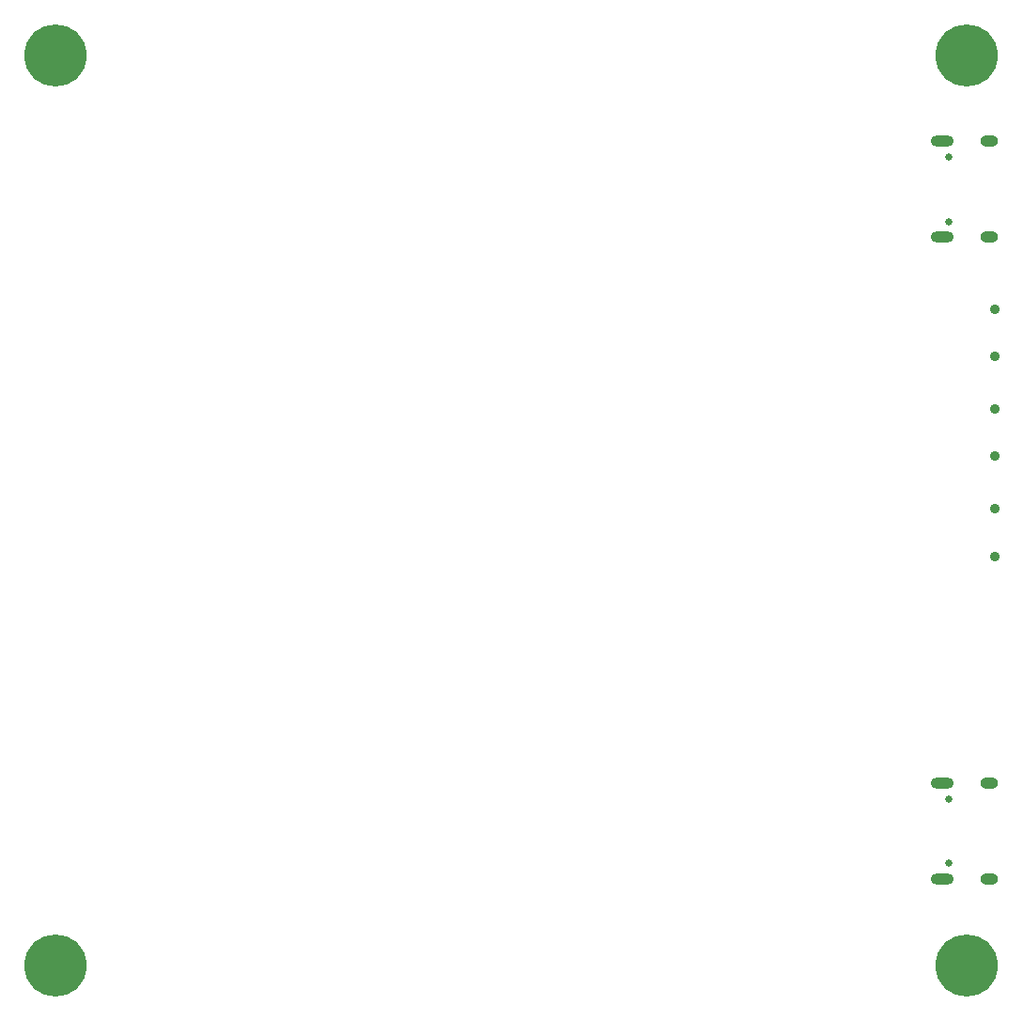
<source format=gbr>
%TF.GenerationSoftware,KiCad,Pcbnew,(5.1.8-0-10_14)*%
%TF.CreationDate,2021-08-11T22:05:50+02:00*%
%TF.ProjectId,Krasse-LED,4b726173-7365-42d4-9c45-442e6b696361,rev?*%
%TF.SameCoordinates,Original*%
%TF.FileFunction,Soldermask,Bot*%
%TF.FilePolarity,Negative*%
%FSLAX46Y46*%
G04 Gerber Fmt 4.6, Leading zero omitted, Abs format (unit mm)*
G04 Created by KiCad (PCBNEW (5.1.8-0-10_14)) date 2021-08-11 22:05:50*
%MOMM*%
%LPD*%
G01*
G04 APERTURE LIST*
%ADD10O,2.100000X1.000000*%
%ADD11C,0.650000*%
%ADD12O,1.600000X1.000000*%
%ADD13C,0.900000*%
%ADD14C,5.600000*%
G04 APERTURE END LIST*
D10*
%TO.C,J6*%
X178870000Y-66780000D03*
X178870000Y-75420000D03*
D11*
X179400000Y-73990000D03*
D12*
X183050000Y-75420000D03*
D11*
X179400000Y-68210000D03*
D12*
X183050000Y-66780000D03*
%TD*%
D13*
%TO.C,SW3*%
X183550000Y-81875000D03*
X183550000Y-86125000D03*
%TD*%
%TO.C,SW2*%
X183550000Y-90875000D03*
X183550000Y-95125000D03*
%TD*%
%TO.C,SW1*%
X183550000Y-99875000D03*
X183550000Y-104125000D03*
%TD*%
D14*
%TO.C,H4*%
X99000000Y-59000000D03*
%TD*%
%TO.C,H3*%
X181000000Y-59000000D03*
%TD*%
%TO.C,H2*%
X181000000Y-141000000D03*
%TD*%
%TO.C,H1*%
X99000000Y-141000000D03*
%TD*%
D10*
%TO.C,J4*%
X178870000Y-124580000D03*
X178870000Y-133220000D03*
D11*
X179400000Y-131790000D03*
D12*
X183050000Y-133220000D03*
D11*
X179400000Y-126010000D03*
D12*
X183050000Y-124580000D03*
%TD*%
M02*

</source>
